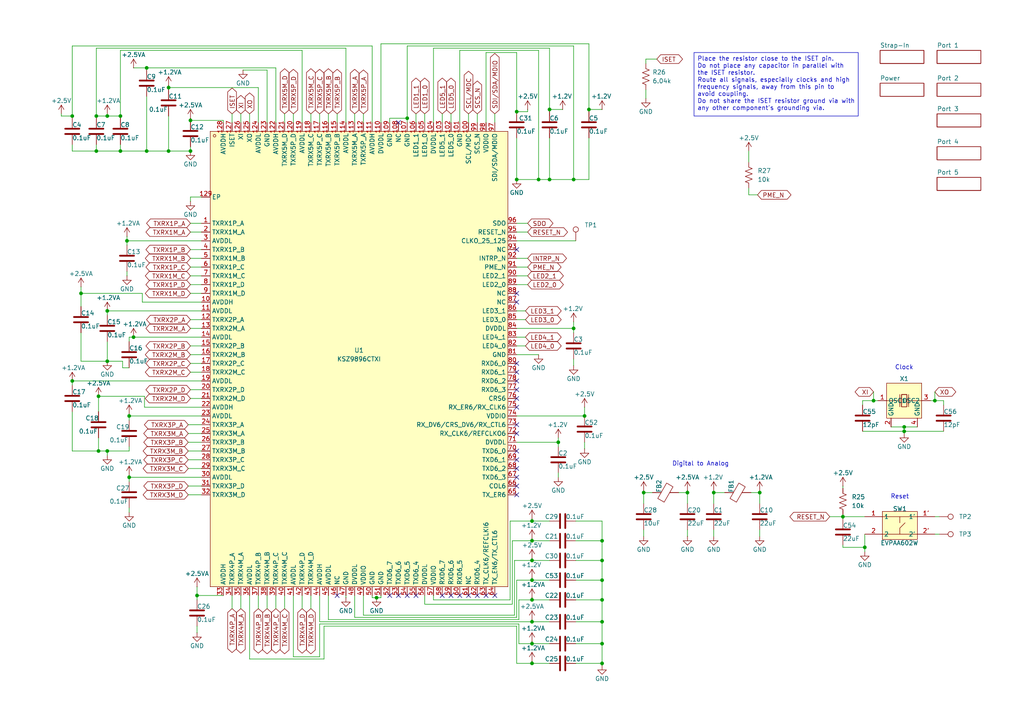
<source format=kicad_sch>
(kicad_sch (version 20250114) (generator "eeschema") (generator_version "9.0")
  (paper "A4")
  (text "Clock" (at 262.255 106.68 0) (effects (font (size 1.27 1.27))))
  (text "Digital to Analog\n" (at 203.2 134.62 0) (effects (font (size 1.27 1.27))))
  (text "Reset\n" (at 260.985 144.145 0) (effects (font (size 1.27 1.27))))
  (text_box "Place the resistor close to the ISET pin.\nDo not place any capacitor in parallel with the ISET resistor.\nRoute all signals, especially clocks and high frequency signals, away from this pin to avoid coupling.\nDo not share the ISET resistor ground via with any other component's grounding via." (at 201.295 15.24 0) (size 47.625 18.415) (margins 0.9525 0.9525 0.9525 0.9525) (effects (font (size 1.27 1.27)) (justify left top)))
  (junction (at 154.305 162.56))
  (junction (at 149.86 52.07))
  (junction (at 31.115 130.81))
  (junction (at 262.255 125.095))
  (junction (at 20.955 110.49))
  (junction (at 149.86 32.385))
  (junction (at 28.575 130.81))
  (junction (at 31.115 90.17))
  (junction (at 271.145 116.205))
  (junction (at 118.11 34.29))
  (junction (at 48.895 25.4))
  (junction (at 154.305 180.34))
  (junction (at 220.345 142.875))
  (junction (at 154.305 168.275))
  (junction (at 174.625 180.34))
  (junction (at 174.625 186.69))
  (junction (at 38.735 97.79))
  (junction (at 169.545 120.65))
  (junction (at 31.115 104.775))
  (junction (at 207.01 142.875))
  (junction (at 159.385 52.07))
  (junction (at 174.625 192.405))
  (junction (at 154.305 156.845))
  (junction (at 154.305 186.69))
  (junction (at 159.385 31.75))
  (junction (at 34.925 43.815))
  (junction (at 199.39 142.875))
  (junction (at 31.115 33.655))
  (junction (at 154.305 192.405))
  (junction (at 170.815 31.75))
  (junction (at 166.37 52.07))
  (junction (at 55.245 34.925))
  (junction (at 174.625 162.56))
  (junction (at 156.21 52.07))
  (junction (at 27.94 43.815))
  (junction (at 154.305 151.13))
  (junction (at 166.37 95.25))
  (junction (at 161.925 128.27))
  (junction (at 28.575 114.935))
  (junction (at 262.255 123.825))
  (junction (at 42.545 19.685))
  (junction (at 174.625 173.99))
  (junction (at 36.83 69.85))
  (junction (at 20.955 33.655))
  (junction (at 57.15 172.72))
  (junction (at 23.495 85.09))
  (junction (at 48.895 43.815))
  (junction (at 55.245 43.815))
  (junction (at 27.94 33.655))
  (junction (at 42.545 43.815))
  (junction (at 174.625 156.845))
  (junction (at 250.825 158.75))
  (junction (at 109.22 173.355))
  (junction (at 37.465 120.65))
  (junction (at 253.365 116.205))
  (junction (at 244.475 149.86))
  (junction (at 37.465 138.43))
  (junction (at 154.305 173.99))
  (junction (at 174.625 168.275))
  (junction (at 186.69 142.875))
  (junction (at 34.925 33.655))
  (no_connect (at 149.86 125.73))
  (no_connect (at 113.03 172.72))
  (no_connect (at 133.35 172.72))
  (no_connect (at 97.79 172.72))
  (no_connect (at 149.86 105.41))
  (no_connect (at 149.86 72.39))
  (no_connect (at 149.86 135.89))
  (no_connect (at 149.86 140.97))
  (no_connect (at 149.86 118.11))
  (no_connect (at 120.65 172.72))
  (no_connect (at 118.11 172.72))
  (no_connect (at 149.86 87.63))
  (no_connect (at 149.86 123.19))
  (no_connect (at 149.86 110.49))
  (no_connect (at 130.81 172.72))
  (no_connect (at 140.97 172.72))
  (no_connect (at 149.86 107.95))
  (no_connect (at 149.86 138.43))
  (no_connect (at 128.27 172.72))
  (no_connect (at 115.57 35.56))
  (no_connect (at 149.86 113.03))
  (no_connect (at 149.86 133.35))
  (no_connect (at 138.43 172.72))
  (no_connect (at 135.89 172.72))
  (no_connect (at 149.86 130.81))
  (no_connect (at 149.86 115.57))
  (no_connect (at 149.86 85.09))
  (no_connect (at 149.86 143.51))
  (no_connect (at 115.57 172.72))
  (no_connect (at 143.51 172.72))
  (wire (pts (xy 69.85 172.72) (xy 69.85 176.53)))
  (wire (pts (xy 92.71 172.72) (xy 92.71 180.34)))
  (wire (pts (xy 186.69 142.875) (xy 189.23 142.875)))
  (wire (pts (xy 23.495 104.775) (xy 31.115 104.775)))
  (wire (pts (xy 48.895 43.815) (xy 55.245 43.815)))
  (wire (pts (xy 125.73 173.99) (xy 147.955 173.99)))
  (wire (pts (xy 110.49 172.72) (xy 110.49 173.355)))
  (wire (pts (xy 174.625 162.56) (xy 174.625 168.275)))
  (wire (pts (xy 85.09 190.5) (xy 92.71 190.5)))
  (wire (pts (xy 186.69 146.05) (xy 186.69 142.875)))
  (wire (pts (xy 20.955 119.38) (xy 20.955 130.81)))
  (wire (pts (xy 154.305 180.34) (xy 159.385 180.34)))
  (wire (pts (xy 148.59 156.845) (xy 148.59 175.26)))
  (wire (pts (xy 27.94 33.655) (xy 31.115 33.655)))
  (wire (pts (xy 74.93 35.56) (xy 74.93 25.4)))
  (wire (pts (xy 80.01 172.72) (xy 80.01 176.53)))
  (wire (pts (xy 149.86 64.77) (xy 153.035 64.77)))
  (wire (pts (xy 93.98 191.135) (xy 93.98 181.61)))
  (wire (pts (xy 244.475 158.115) (xy 244.475 158.75)))
  (wire (pts (xy 147.955 151.13) (xy 147.955 173.99)))
  (wire (pts (xy 100.33 35.56) (xy 100.33 13.97)))
  (wire (pts (xy 31.115 90.17) (xy 58.42 90.17)))
  (wire (pts (xy 34.925 41.91) (xy 34.925 43.815)))
  (wire (pts (xy 159.385 52.07) (xy 166.37 52.07)))
  (wire (pts (xy 55.245 57.15) (xy 58.42 57.15)))
  (wire (pts (xy 207.01 153.67) (xy 207.01 155.575)))
  (wire (pts (xy 272.415 154.94) (xy 271.145 154.94)))
  (wire (pts (xy 37.465 130.81) (xy 31.115 130.81)))
  (wire (pts (xy 133.35 35.56) (xy 133.35 14.605)))
  (wire (pts (xy 37.465 97.79) (xy 38.735 97.79)))
  (wire (pts (xy 55.245 58.42) (xy 55.245 57.15)))
  (wire (pts (xy 262.255 123.825) (xy 258.445 123.825)))
  (wire (pts (xy 149.86 168.275) (xy 154.305 168.275)))
  (wire (pts (xy 154.305 186.055) (xy 154.305 186.69)))
  (wire (pts (xy 149.86 120.65) (xy 169.545 120.65)))
  (wire (pts (xy 250.19 116.205) (xy 253.365 116.205)))
  (wire (pts (xy 27.94 41.91) (xy 27.94 43.815)))
  (wire (pts (xy 36.83 68.58) (xy 36.83 69.85)))
  (wire (pts (xy 169.545 118.11) (xy 169.545 120.65)))
  (wire (pts (xy 36.83 69.85) (xy 36.83 71.12)))
  (wire (pts (xy 149.86 77.47) (xy 153.035 77.47)))
  (wire (pts (xy 55.245 100.33) (xy 58.42 100.33)))
  (wire (pts (xy 113.03 34.29) (xy 118.11 34.29)))
  (wire (pts (xy 149.86 15.24) (xy 149.86 32.385)))
  (wire (pts (xy 154.305 167.64) (xy 154.305 168.275)))
  (wire (pts (xy 57.15 181.61) (xy 57.15 183.515)))
  (wire (pts (xy 149.86 90.17) (xy 152.4 90.17)))
  (wire (pts (xy 37.465 120.65) (xy 37.465 121.92)))
  (wire (pts (xy 167.005 180.34) (xy 174.625 180.34)))
  (wire (pts (xy 20.955 41.91) (xy 20.955 43.815)))
  (wire (pts (xy 159.385 173.99) (xy 154.305 173.99)))
  (wire (pts (xy 154.305 162.56) (xy 159.385 162.56)))
  (wire (pts (xy 154.305 192.405) (xy 154.305 191.77)))
  (wire (pts (xy 149.225 162.56) (xy 154.305 162.56)))
  (wire (pts (xy 67.31 172.72) (xy 67.31 176.53)))
  (wire (pts (xy 125.73 172.72) (xy 125.73 173.99)))
  (wire (pts (xy 20.955 110.49) (xy 58.42 110.49)))
  (wire (pts (xy 37.465 120.015) (xy 37.465 120.65)))
  (wire (pts (xy 54.61 143.51) (xy 58.42 143.51)))
  (wire (pts (xy 150.495 173.99) (xy 150.495 179.705)))
  (wire (pts (xy 217.17 56.515) (xy 219.71 56.515)))
  (wire (pts (xy 273.685 116.205) (xy 271.145 116.205)))
  (wire (pts (xy 174.625 173.99) (xy 174.625 180.34)))
  (wire (pts (xy 149.86 67.31) (xy 153.035 67.31)))
  (wire (pts (xy 161.925 128.27) (xy 161.925 129.54)))
  (wire (pts (xy 156.21 14.605) (xy 156.21 52.07)))
  (wire (pts (xy 153.035 31.75) (xy 153.035 32.385)))
  (wire (pts (xy 37.465 97.79) (xy 37.465 99.06)))
  (wire (pts (xy 148.59 156.845) (xy 154.305 156.845)))
  (wire (pts (xy 217.17 54.61) (xy 217.17 56.515)))
  (wire (pts (xy 154.305 186.69) (xy 159.385 186.69)))
  (wire (pts (xy 31.115 33.655) (xy 31.115 33.02)))
  (wire (pts (xy 58.42 87.63) (xy 41.275 87.63)))
  (wire (pts (xy 110.49 12.7) (xy 170.815 12.7)))
  (wire (pts (xy 41.91 114.935) (xy 28.575 114.935)))
  (wire (pts (xy 36.83 69.85) (xy 58.42 69.85)))
  (wire (pts (xy 159.385 13.97) (xy 159.385 31.75)))
  (wire (pts (xy 149.86 168.275) (xy 149.86 179.07)))
  (wire (pts (xy 110.49 173.355) (xy 109.22 173.355)))
  (wire (pts (xy 250.825 158.75) (xy 244.475 158.75)))
  (wire (pts (xy 167.005 156.845) (xy 174.625 156.845)))
  (wire (pts (xy 174.625 192.405) (xy 174.625 193.04)))
  (wire (pts (xy 92.71 33.02) (xy 92.71 35.56)))
  (wire (pts (xy 250.825 154.94) (xy 250.825 158.75)))
  (wire (pts (xy 154.305 150.495) (xy 154.305 151.13)))
  (wire (pts (xy 140.97 15.24) (xy 149.86 15.24)))
  (wire (pts (xy 80.01 19.685) (xy 42.545 19.685)))
  (wire (pts (xy 107.95 13.335) (xy 20.955 13.335)))
  (wire (pts (xy 207.01 142.875) (xy 210.185 142.875)))
  (wire (pts (xy 57.15 172.72) (xy 57.15 170.18)))
  (wire (pts (xy 74.93 172.72) (xy 74.93 176.53)))
  (wire (pts (xy 123.19 33.02) (xy 123.19 35.56)))
  (wire (pts (xy 42.545 43.815) (xy 48.895 43.815)))
  (wire (pts (xy 35.56 104.775) (xy 31.115 104.775)))
  (wire (pts (xy 105.41 178.435) (xy 105.41 172.72)))
  (wire (pts (xy 58.42 118.11) (xy 41.91 118.11)))
  (wire (pts (xy 54.61 135.89) (xy 58.42 135.89)))
  (wire (pts (xy 20.955 13.335) (xy 20.955 33.655)))
  (wire (pts (xy 55.245 74.93) (xy 58.42 74.93)))
  (wire (pts (xy 159.385 31.75) (xy 163.195 31.75)))
  (wire (pts (xy 54.61 130.81) (xy 58.42 130.81)))
  (wire (pts (xy 149.86 95.25) (xy 166.37 95.25)))
  (wire (pts (xy 147.955 151.13) (xy 154.305 151.13)))
  (wire (pts (xy 55.245 34.925) (xy 64.77 34.925)))
  (wire (pts (xy 187.325 26.035) (xy 187.325 28.575)))
  (wire (pts (xy 207.01 142.875) (xy 207.01 146.05)))
  (wire (pts (xy 120.65 33.02) (xy 120.65 35.56)))
  (wire (pts (xy 167.005 186.69) (xy 174.625 186.69)))
  (wire (pts (xy 36.83 78.74) (xy 36.83 80.01)))
  (wire (pts (xy 95.25 172.72) (xy 95.25 179.705)))
  (wire (pts (xy 58.42 138.43) (xy 37.465 138.43)))
  (wire (pts (xy 250.19 125.095) (xy 262.255 125.095)))
  (wire (pts (xy 149.86 128.27) (xy 161.925 128.27)))
  (wire (pts (xy 187.325 17.145) (xy 190.5 17.145)))
  (wire (pts (xy 90.17 33.02) (xy 90.17 35.56)))
  (wire (pts (xy 167.005 192.405) (xy 174.625 192.405)))
  (wire (pts (xy 150.495 179.705) (xy 95.25 179.705)))
  (wire (pts (xy 34.925 14.605) (xy 87.63 14.605)))
  (wire (pts (xy 186.69 142.24) (xy 186.69 142.875)))
  (wire (pts (xy 67.31 33.02) (xy 67.31 35.56)))
  (wire (pts (xy 154.305 156.21) (xy 154.305 156.845)))
  (wire (pts (xy 271.145 116.205) (xy 269.875 116.205)))
  (wire (pts (xy 38.735 97.79) (xy 58.42 97.79)))
  (wire (pts (xy 149.86 181.61) (xy 149.86 192.405)))
  (wire (pts (xy 48.895 26.035) (xy 48.895 25.4)))
  (wire (pts (xy 107.95 35.56) (xy 107.95 13.335)))
  (wire (pts (xy 154.305 179.705) (xy 154.305 180.34)))
  (wire (pts (xy 244.475 140.97) (xy 244.475 141.605)))
  (wire (pts (xy 92.71 180.975) (xy 150.495 180.975)))
  (wire (pts (xy 156.21 52.07) (xy 159.385 52.07)))
  (wire (pts (xy 95.25 33.02) (xy 95.25 35.56)))
  (wire (pts (xy 42.545 27.94) (xy 42.545 43.815)))
  (wire (pts (xy 27.94 33.655) (xy 27.94 34.29)))
  (wire (pts (xy 244.475 149.86) (xy 250.825 149.86)))
  (wire (pts (xy 110.49 35.56) (xy 110.49 12.7)))
  (wire (pts (xy 20.955 110.49) (xy 20.955 111.76)))
  (wire (pts (xy 253.365 116.205) (xy 254.635 116.205)))
  (wire (pts (xy 20.955 33.655) (xy 20.955 34.29)))
  (wire (pts (xy 150.495 180.975) (xy 150.495 186.69)))
  (wire (pts (xy 149.86 40.005) (xy 149.86 52.07)))
  (wire (pts (xy 72.39 33.02) (xy 72.39 35.56)))
  (wire (pts (xy 85.09 33.02) (xy 85.09 35.56)))
  (wire (pts (xy 166.37 96.52) (xy 166.37 95.25)))
  (wire (pts (xy 37.465 137.795) (xy 37.465 138.43)))
  (wire (pts (xy 64.77 34.925) (xy 64.77 35.56)))
  (wire (pts (xy 105.41 33.02) (xy 105.41 35.56)))
  (wire (pts (xy 250.825 158.75) (xy 250.825 160.02)))
  (wire (pts (xy 169.545 128.27) (xy 169.545 130.175)))
  (wire (pts (xy 42.545 20.32) (xy 42.545 19.685)))
  (wire (pts (xy 196.85 142.875) (xy 199.39 142.875)))
  (wire (pts (xy 149.86 100.33) (xy 152.4 100.33)))
  (wire (pts (xy 48.895 25.4) (xy 48.895 24.765)))
  (wire (pts (xy 97.79 33.02) (xy 97.79 35.56)))
  (wire (pts (xy 54.61 125.73) (xy 58.42 125.73)))
  (wire (pts (xy 170.815 32.385) (xy 170.815 31.75)))
  (wire (pts (xy 55.245 67.31) (xy 58.42 67.31)))
  (wire (pts (xy 102.87 179.07) (xy 102.87 172.72)))
  (wire (pts (xy 149.86 80.01) (xy 153.035 80.01)))
  (wire (pts (xy 82.55 172.72) (xy 82.55 176.53)))
  (wire (pts (xy 166.37 104.14) (xy 166.37 106.045)))
  (wire (pts (xy 82.55 33.02) (xy 82.55 35.56)))
  (wire (pts (xy 149.86 52.07) (xy 156.21 52.07)))
  (wire (pts (xy 55.245 115.57) (xy 58.42 115.57)))
  (wire (pts (xy 90.17 172.72) (xy 90.17 176.53)))
  (wire (pts (xy 153.035 32.385) (xy 149.86 32.385)))
  (wire (pts (xy 100.33 172.72) (xy 100.33 173.355)))
  (wire (pts (xy 125.73 35.56) (xy 125.73 13.97)))
  (wire (pts (xy 34.925 33.655) (xy 34.925 34.29)))
  (wire (pts (xy 170.815 40.005) (xy 170.815 52.07)))
  (wire (pts (xy 128.27 33.02) (xy 128.27 35.56)))
  (wire (pts (xy 31.115 33.655) (xy 34.925 33.655)))
  (wire (pts (xy 199.39 142.875) (xy 199.39 146.05)))
  (wire (pts (xy 55.245 42.545) (xy 55.245 43.815)))
  (wire (pts (xy 35.56 106.68) (xy 35.56 104.775)))
  (wire (pts (xy 31.115 90.17) (xy 31.115 91.44)))
  (wire (pts (xy 167.005 173.99) (xy 174.625 173.99)))
  (wire (pts (xy 118.11 13.335) (xy 166.37 13.335)))
  (wire (pts (xy 37.465 147.32) (xy 37.465 148.59)))
  (wire (pts (xy 174.625 168.275) (xy 174.625 173.99)))
  (wire (pts (xy 244.475 149.225) (xy 244.475 149.86)))
  (wire (pts (xy 220.345 153.67) (xy 220.345 155.575)))
  (wire (pts (xy 31.115 130.81) (xy 31.115 132.08)))
  (wire (pts (xy 55.245 102.87) (xy 58.42 102.87)))
  (wire (pts (xy 42.545 19.685) (xy 38.735 19.685)))
  (wire (pts (xy 149.86 69.85) (xy 167.005 69.85)))
  (wire (pts (xy 93.98 181.61) (xy 149.86 181.61)))
  (wire (pts (xy 149.86 102.87) (xy 156.21 102.87)))
  (wire (pts (xy 271.145 113.665) (xy 271.145 116.205)))
  (wire (pts (xy 159.385 32.385) (xy 159.385 31.75)))
  (wire (pts (xy 174.625 156.845) (xy 174.625 162.56)))
  (wire (pts (xy 161.925 127) (xy 161.925 128.27)))
  (wire (pts (xy 167.005 162.56) (xy 174.625 162.56)))
  (wire (pts (xy 113.03 35.56) (xy 113.03 34.29)))
  (wire (pts (xy 174.625 151.13) (xy 174.625 156.845)))
  (wire (pts (xy 54.61 123.19) (xy 58.42 123.19)))
  (wire (pts (xy 77.47 20.32) (xy 77.47 35.56)))
  (wire (pts (xy 150.495 186.69) (xy 154.305 186.69)))
  (wire (pts (xy 17.78 33.655) (xy 20.955 33.655)))
  (wire (pts (xy 80.01 35.56) (xy 80.01 19.685)))
  (wire (pts (xy 20.955 130.81) (xy 28.575 130.81)))
  (wire (pts (xy 77.47 172.72) (xy 77.47 176.53)))
  (wire (pts (xy 69.85 33.02) (xy 69.85 35.56)))
  (wire (pts (xy 27.94 43.815) (xy 34.925 43.815)))
  (wire (pts (xy 23.495 96.52) (xy 23.495 104.775)))
  (wire (pts (xy 37.465 106.68) (xy 35.56 106.68)))
  (wire (pts (xy 107.95 173.355) (xy 109.22 173.355)))
  (wire (pts (xy 174.625 180.34) (xy 174.625 186.69)))
  (wire (pts (xy 55.245 85.09) (xy 58.42 85.09)))
  (wire (pts (xy 166.37 13.335) (xy 166.37 52.07)))
  (wire (pts (xy 87.63 172.72) (xy 87.63 176.53)))
  (wire (pts (xy 240.665 149.86) (xy 244.475 149.86)))
  (wire (pts (xy 154.305 151.13) (xy 159.385 151.13)))
  (wire (pts (xy 118.11 34.29) (xy 118.11 13.335)))
  (wire (pts (xy 250.19 117.475) (xy 250.19 116.205)))
  (wire (pts (xy 220.345 142.875) (xy 220.345 146.05)))
  (wire (pts (xy 130.81 33.02) (xy 130.81 35.56)))
  (wire (pts (xy 154.305 180.34) (xy 92.71 180.34)))
  (wire (pts (xy 31.115 99.06) (xy 31.115 104.775)))
  (wire (pts (xy 199.39 153.67) (xy 199.39 155.575)))
  (wire (pts (xy 167.005 151.13) (xy 174.625 151.13)))
  (wire (pts (xy 55.245 77.47) (xy 58.42 77.47)))
  (wire (pts (xy 72.39 191.135) (xy 93.98 191.135)))
  (wire (pts (xy 154.305 156.845) (xy 159.385 156.845)))
  (wire (pts (xy 102.87 33.02) (xy 102.87 35.56)))
  (wire (pts (xy 217.805 142.875) (xy 220.345 142.875)))
  (wire (pts (xy 123.19 172.72) (xy 123.19 175.26)))
  (wire (pts (xy 37.465 129.54) (xy 37.465 130.81)))
  (wire (pts (xy 170.815 52.07) (xy 166.37 52.07)))
  (wire (pts (xy 105.41 178.435) (xy 149.225 178.435)))
  (wire (pts (xy 166.37 93.345) (xy 166.37 95.25)))
  (wire (pts (xy 143.51 33.02) (xy 143.51 35.56)))
  (wire (pts (xy 72.39 172.72) (xy 72.39 191.135)))
  (wire (pts (xy 100.33 13.97) (xy 27.94 13.97)))
  (wire (pts (xy 87.63 35.56) (xy 87.63 14.605)))
  (wire (pts (xy 55.245 72.39) (xy 58.42 72.39)))
  (wire (pts (xy 154.305 192.405) (xy 159.385 192.405)))
  (wire (pts (xy 54.61 140.97) (xy 58.42 140.97)))
  (wire (pts (xy 55.245 34.925) (xy 55.245 34.29)))
  (wire (pts (xy 55.245 113.03) (xy 58.42 113.03)))
  (wire (pts (xy 55.245 105.41) (xy 58.42 105.41)))
  (wire (pts (xy 154.305 168.275) (xy 159.385 168.275)))
  (wire (pts (xy 170.815 12.7) (xy 170.815 31.75)))
  (wire (pts (xy 167.005 168.275) (xy 174.625 168.275)))
  (wire (pts (xy 149.225 162.56) (xy 149.225 178.435)))
  (wire (pts (xy 161.925 137.16) (xy 161.925 138.43)))
  (wire (pts (xy 28.575 127) (xy 28.575 130.81)))
  (wire (pts (xy 272.415 149.86) (xy 271.145 149.86)))
  (wire (pts (xy 102.87 179.07) (xy 149.86 179.07)))
  (wire (pts (xy 253.365 113.665) (xy 253.365 116.205)))
  (wire (pts (xy 55.245 92.71) (xy 58.42 92.71)))
  (wire (pts (xy 23.495 85.09) (xy 41.275 85.09)))
  (wire (pts (xy 27.94 13.97) (xy 27.94 33.655)))
  (wire (pts (xy 85.09 172.72) (xy 85.09 190.5)))
  (wire (pts (xy 17.78 33.02) (xy 17.78 33.655)))
  (wire (pts (xy 149.86 82.55) (xy 153.035 82.55)))
  (wire (pts (xy 199.39 142.24) (xy 199.39 142.875)))
  (wire (pts (xy 133.35 14.605) (xy 156.21 14.605)))
  (wire (pts (xy 149.86 92.71) (xy 152.4 92.71)))
  (wire (pts (xy 55.245 107.95) (xy 58.42 107.95)))
  (wire (pts (xy 41.91 118.11) (xy 41.91 114.935)))
  (wire (pts (xy 135.89 33.02) (xy 135.89 35.56)))
  (wire (pts (xy 125.73 13.97) (xy 159.385 13.97)))
  (wire (pts (xy 92.71 190.5) (xy 92.71 180.975)))
  (wire (pts (xy 217.17 43.815) (xy 217.17 46.99)))
  (wire (pts (xy 70.485 20.32) (xy 77.47 20.32)))
  (wire (pts (xy 149.86 74.93) (xy 153.035 74.93)))
  (wire (pts (xy 118.11 35.56) (xy 118.11 34.29)))
  (wire (pts (xy 23.495 83.185) (xy 23.495 85.09)))
  (wire (pts (xy 37.465 138.43) (xy 37.465 139.7)))
  (wire (pts (xy 273.685 117.475) (xy 273.685 116.205)))
  (wire (pts (xy 48.895 33.655) (xy 48.895 43.815)))
  (wire (pts (xy 28.575 130.81) (xy 31.115 130.81)))
  (wire (pts (xy 37.465 120.65) (xy 58.42 120.65)))
  (wire (pts (xy 207.01 142.24) (xy 207.01 142.875)))
  (wire (pts (xy 187.325 18.415) (xy 187.325 17.145)))
  (wire (pts (xy 170.815 31.75) (xy 174.625 31.75)))
  (wire (pts (xy 123.19 175.26) (xy 148.59 175.26)))
  (wire (pts (xy 107.95 172.72) (xy 107.95 173.355)))
  (wire (pts (xy 28.575 114.935) (xy 28.575 119.38)))
  (wire (pts (xy 20.955 43.815) (xy 27.94 43.815)))
  (wire (pts (xy 41.275 87.63) (xy 41.275 85.09)))
  (wire (pts (xy 154.305 161.925) (xy 154.305 162.56)))
  (wire (pts (xy 154.305 173.355) (xy 154.305 173.99)))
  (wire (pts (xy 149.86 192.405) (xy 154.305 192.405)))
  (wire (pts (xy 34.925 14.605) (xy 34.925 33.655)))
  (wire (pts (xy 138.43 33.02) (xy 138.43 35.56)))
  (wire (pts (xy 55.245 80.01) (xy 58.42 80.01)))
  (wire (pts (xy 48.895 25.4) (xy 74.93 25.4)))
  (wire (pts (xy 262.255 125.095) (xy 273.685 125.095)))
  (wire (pts (xy 64.77 172.72) (xy 57.15 172.72)))
  (wire (pts (xy 55.245 64.77) (xy 58.42 64.77)))
  (wire (pts (xy 55.245 82.55) (xy 58.42 82.55)))
  (wire (pts (xy 54.61 128.27) (xy 58.42 128.27)))
  (wire (pts (xy 55.245 95.25) (xy 58.42 95.25)))
  (wire (pts (xy 150.495 173.99) (xy 154.305 173.99)))
  (wire (pts (xy 57.15 173.99) (xy 57.15 172.72)))
  (wire (pts (xy 23.495 85.09) (xy 23.495 88.9)))
  (wire (pts (xy 186.69 153.67) (xy 186.69 155.575)))
  (wire (pts (xy 149.86 97.79) (xy 152.4 97.79)))
  (wire (pts (xy 262.255 123.825) (xy 266.065 123.825)))
  (wire (pts (xy 220.345 142.24) (xy 220.345 142.875)))
  (wire (pts (xy 159.385 40.005) (xy 159.385 52.07)))
  (wire (pts (xy 54.61 133.35) (xy 58.42 133.35)))
  (wire (pts (xy 140.97 15.24) (xy 140.97 35.56)))
  (wire (pts (xy 34.925 43.815) (xy 42.545 43.815)))
  (wire (pts (xy 262.255 125.73) (xy 262.255 125.095)))
  (wire (pts (xy 244.475 149.86) (xy 244.475 150.495)))
  (wire (pts (xy 262.255 125.095) (xy 262.255 123.825)))
  (wire (pts (xy 174.625 186.69) (xy 174.625 192.405)))
  (global_label "LED2_0" (shape bidirectional) (at 153.035 82.55 0) (property "Intersheetrefs" "${INTERSHEET_REFS}" (effects (hide yes))))
  (global_label "LED5_0" (shape bidirectional) (at 130.81 33.02 90) (property "Intersheetrefs" "${INTERSHEET_REFS}" (effects (hide yes))))
  (global_label "TXRX5M_B" (shape bidirectional) (at 95.25 33.02 90) (property "Intersheetrefs" "${INTERSHEET_REFS}" (effects (hide yes))))
  (global_label "TXRX5M_C" (shape bidirectional) (at 90.17 33.02 90) (property "Intersheetrefs" "${INTERSHEET_REFS}" (effects (hide yes))))
  (global_label "TXRX2P_A" (shape bidirectional) (at 55.245 92.71 180) (property "Intersheetrefs" "${INTERSHEET_REFS}" (effects (hide yes))))
  (global_label "TXRX4P_D" (shape bidirectional) (at 87.63 176.53 270) (property "Intersheetrefs" "${INTERSHEET_REFS}" (effects (hide yes))))
  (global_label "LED3_1" (shape bidirectional) (at 152.4 90.17 0) (property "Intersheetrefs" "${INTERSHEET_REFS}" (effects (hide yes))))
  (global_label "TXRX2P_D" (shape bidirectional) (at 55.245 113.03 180) (property "Intersheetrefs" "${INTERSHEET_REFS}" (effects (hide yes))))
  (global_label "TXRX4P_A" (shape bidirectional) (at 67.31 176.53 270) (property "Intersheetrefs" "${INTERSHEET_REFS}" (effects (hide yes))))
  (global_label "TXRX1M_C" (shape bidirectional) (at 55.245 80.01 180) (property "Intersheetrefs" "${INTERSHEET_REFS}" (effects (hide yes))))
  (global_label "TXRX1M_A" (shape bidirectional) (at 55.245 67.31 180) (property "Intersheetrefs" "${INTERSHEET_REFS}" (effects (hide yes))))
  (global_label "SCS_N" (shape bidirectional) (at 138.43 33.02 90) (property "Intersheetrefs" "${INTERSHEET_REFS}" (effects (hide yes))))
  (global_label "ISET" (shape bidirectional) (at 190.5 17.145 0) (property "Intersheetrefs" "${INTERSHEET_REFS}" (effects (hide yes))))
  (global_label "TXRX4M_A" (shape bidirectional) (at 69.85 176.53 270) (property "Intersheetrefs" "${INTERSHEET_REFS}" (effects (hide yes))))
  (global_label "LED2_1" (shape bidirectional) (at 153.035 80.01 0) (property "Intersheetrefs" "${INTERSHEET_REFS}" (effects (hide yes))))
  (global_label "SDO" (shape bidirectional) (at 153.035 64.77 0) (property "Intersheetrefs" "${INTERSHEET_REFS}" (effects (hide yes))))
  (global_label "TXRX2P_C" (shape bidirectional) (at 55.245 105.41 180) (property "Intersheetrefs" "${INTERSHEET_REFS}" (effects (hide yes))))
  (global_label "LED4_0" (shape bidirectional) (at 152.4 100.33 0) (property "Intersheetrefs" "${INTERSHEET_REFS}" (effects (hide yes))))
  (global_label "TXRX1P_D" (shape bidirectional) (at 55.245 82.55 180) (property "Intersheetrefs" "${INTERSHEET_REFS}" (effects (hide yes))))
  (global_label "RESET_N" (shape bidirectional) (at 240.665 149.86 180) (property "Intersheetrefs" "${INTERSHEET_REFS}" (effects (hide yes))))
  (global_label "TXRX3M_C" (shape bidirectional) (at 54.61 135.89 180) (property "Intersheetrefs" "${INTERSHEET_REFS}" (effects (hide yes))))
  (global_label "SCL{slash}MDC" (shape bidirectional) (at 135.89 33.02 90) (property "Intersheetrefs" "${INTERSHEET_REFS}" (effects (hide yes))))
  (global_label "LED3_0" (shape bidirectional) (at 152.4 92.71 0) (property "Intersheetrefs" "${INTERSHEET_REFS}" (effects (hide yes))))
  (global_label "PME_N" (shape bidirectional) (at 219.71 56.515 0) (property "Intersheetrefs" "${INTERSHEET_REFS}" (effects (hide yes))))
  (global_label "TXRX2M_B" (shape bidirectional) (at 55.245 102.87 180) (property "Intersheetrefs" "${INTERSHEET_REFS}" (effects (hide yes))))
  (global_label "TXRX4P_C" (shape bidirectional) (at 80.01 176.53 270) (property "Intersheetrefs" "${INTERSHEET_REFS}" (effects (hide yes))))
  (global_label "INTRP_N" (shape bidirectional) (at 153.035 74.93 0) (property "Intersheetrefs" "${INTERSHEET_REFS}" (effects (hide yes))))
  (global_label "XO" (shape bidirectional) (at 271.145 113.665 0) (property "Intersheetrefs" "${INTERSHEET_REFS}" (effects (hide yes))))
  (global_label "TXRX3M_B" (shape bidirectional) (at 54.61 130.81 180) (property "Intersheetrefs" "${INTERSHEET_REFS}" (effects (hide yes))))
  (global_label "TXRX2M_D" (shape bidirectional) (at 55.245 115.57 180) (property "Intersheetrefs" "${INTERSHEET_REFS}" (effects (hide yes))))
  (global_label "TXRX5M_A" (shape bidirectional) (at 102.87 33.02 90) (property "Intersheetrefs" "${INTERSHEET_REFS}" (effects (hide yes))))
  (global_label "XO" (shape bidirectional) (at 72.39 33.02 90) (property "Intersheetrefs" "${INTERSHEET_REFS}" (effects (hide yes))))
  (global_label "TXRX5P_D" (shape bidirectional) (at 85.09 33.02 90) (property "Intersheetrefs" "${INTERSHEET_REFS}" (effects (hide yes))))
  (global_label "TXRX3P_C" (shape bidirectional) (at 54.61 133.35 180) (property "Intersheetrefs" "${INTERSHEET_REFS}" (effects (hide yes))))
  (global_label "XI" (shape bidirectional) (at 253.365 113.665 180) (property "Intersheetrefs" "${INTERSHEET_REFS}" (effects (hide yes))))
  (global_label "TXRX3M_D" (shape bidirectional) (at 54.61 143.51 180) (property "Intersheetrefs" "${INTERSHEET_REFS}" (effects (hide yes))))
  (global_label "TXRX2M_C" (shape bidirectional) (at 55.245 107.95 180) (property "Intersheetrefs" "${INTERSHEET_REFS}" (effects (hide yes))))
  (global_label "SDI{slash}SDA{slash}MDIO" (shape bidirectional) (at 143.51 33.02 90) (property "Intersheetrefs" "${INTERSHEET_REFS}" (effects (hide yes))))
  (global_label "TXRX4M_B" (shape bidirectional) (at 77.47 176.53 270) (property "Intersheetrefs" "${INTERSHEET_REFS}" (effects (hide yes))))
  (global_label "LED1_1" (shape bidirectional) (at 120.65 33.02 90) (property "Intersheetrefs" "${INTERSHEET_REFS}" (effects (hide yes))))
  (global_label "TXRX1M_D" (shape bidirectional) (at 55.245 85.09 180) (property "Intersheetrefs" "${INTERSHEET_REFS}" (effects (hide yes))))
  (global_label "TXRX1P_C" (shape bidirectional) (at 55.245 77.47 180) (property "Intersheetrefs" "${INTERSHEET_REFS}" (effects (hide yes))))
  (global_label "XI" (shape bidirectional) (at 69.85 33.02 90) (property "Intersheetrefs" "${INTERSHEET_REFS}" (effects (hide yes))))
  (global_label "RESET_N" (shape bidirectional) (at 153.035 67.31 0) (property "Intersheetrefs" "${INTERSHEET_REFS}" (effects (hide yes))))
  (global_label "LED5_1" (shape bidirectional) (at 128.27 33.02 90) (property "Intersheetrefs" "${INTERSHEET_REFS}" (effects (hide yes))))
  (global_label "TXRX4P_B" (shape bidirectional) (at 74.93 176.53 270) (property "Intersheetrefs" "${INTERSHEET_REFS}" (effects (hide yes))))
  (global_label "TXRX5P_B" (shape bidirectional) (at 97.79 33.02 90) (property "Intersheetrefs" "${INTERSHEET_REFS}" (effects (hide yes))))
  (global_label "TXRX3P_A" (shape bidirectional) (at 54.61 123.19 180) (property "Intersheetrefs" "${INTERSHEET_REFS}" (effects (hide yes))))
  (global_label "TXRX5P_A" (shape bidirectional) (at 105.41 33.02 90) (property "Intersheetrefs" "${INTERSHEET_REFS}" (effects (hide yes))))
  (global_label "ISET" (shape bidirectional) (at 67.31 33.02 90) (property "Intersheetrefs" "${INTERSHEET_REFS}" (effects (hide yes))))
  (global_label "TXRX4M_C" (shape bidirectional) (at 82.55 176.53 270) (property "Intersheetrefs" "${INTERSHEET_REFS}" (effects (hide yes))))
  (global_label "TXRX3M_A" (shape bidirectional) (at 54.61 125.73 180) (property "Intersheetrefs" "${INTERSHEET_REFS}" (effects (hide yes))))
  (global_label "TXRX5M_D" (shape bidirectional) (at 82.55 33.02 90) (property "Intersheetrefs" "${INTERSHEET_REFS}" (effects (hide yes))))
  (global_label "PME_N" (shape bidirectional) (at 153.035 77.47 0) (property "Intersheetrefs" "${INTERSHEET_REFS}" (effects (hide yes))))
  (global_label "TXRX2P_B" (shape bidirectional) (at 55.245 100.33 180) (property "Intersheetrefs" "${INTERSHEET_REFS}" (effects (hide yes))))
  (global_label "TXRX4M_D" (shape bidirectional) (at 90.17 176.53 270) (property "Intersheetrefs" "${INTERSHEET_REFS}" (effects (hide yes))))
  (global_label "TXRX3P_D" (shape bidirectional) (at 54.61 140.97 180) (property "Intersheetrefs" "${INTERSHEET_REFS}" (effects (hide yes))))
  (global_label "TXRX2M_A" (shape bidirectional) (at 55.245 95.25 180) (property "Intersheetrefs" "${INTERSHEET_REFS}" (effects (hide yes))))
  (global_label "TXRX5P_C" (shape bidirectional) (at 92.71 33.02 90) (property "Intersheetrefs" "${INTERSHEET_REFS}" (effects (hide yes))))
  (global_label "TXRX1M_B" (shape bidirectional) (at 55.245 74.93 180) (property "Intersheetrefs" "${INTERSHEET_REFS}" (effects (hide yes))))
  (global_label "TXRX3P_B" (shape bidirectional) (at 54.61 128.27 180) (property "Intersheetrefs" "${INTERSHEET_REFS}" (effects (hide yes))))
  (global_label "LED4_1" (shape bidirectional) (at 152.4 97.79 0) (property "Intersheetrefs" "${INTERSHEET_REFS}" (effects (hide yes))))
  (global_label "TXRX1P_A" (shape bidirectional) (at 55.245 64.77 180) (property "Intersheetrefs" "${INTERSHEET_REFS}" (effects (hide yes))))
  (global_label "LED1_0" (shape bidirectional) (at 123.19 33.02 90) (property "Intersheetrefs" "${INTERSHEET_REFS}" (effects (hide yes))))
  (global_label "TXRX1P_B" (shape bidirectional) (at 55.245 72.39 180) (property "Intersheetrefs" "${INTERSHEET_REFS}" (effects (hide yes))))
  (symbol (lib_id "power:+1V2") (at 31.115 90.17 0) (unit 1)
    (property "Reference" "#PWR092" (effects (hide yes)))
    (property "Value" "+1.2VA" (at 27.94 86.36 0) (effects (justify left)))
    (property "Description" "Power symbol creates a global label with name \"+1V2A\"" (effects (hide yes)))
  )
  (symbol (lib_id "Device:C") (at 159.385 36.195 0) (unit 1)
    (property "Reference" "C6" (at 159.385 34.29 0) (effects (justify left)))
    (property "Value" "0.1uF" (at 159.385 38.1 0) (effects (justify left)))
    (property "Footprint" "Capacitor_SMD:C_0603_1608Metric" (effects (hide yes)))
    (property "Description" "Unpolarized capacitor" (effects (hide yes)))
  )
  (symbol (lib_id "power:+2V5") (at 57.15 170.18 0) (unit 1)
    (property "Reference" "#PWR069" (effects (hide yes)))
    (property "Value" "+2.5VA" (at 57.15 166.37 0))
    (property "Description" "Power symbol creates a global label with name \"+2V5A\"" (effects (hide yes)))
  )
  (symbol (lib_id "power:+1V2") (at 38.735 97.79 0) (unit 1)
    (property "Reference" "#PWR091" (effects (hide yes)))
    (property "Value" "+1.2VA" (at 35.56 93.98 0) (effects (justify left)))
    (property "Description" "Power symbol creates a global label with name \"+1V2A\"" (effects (hide yes)))
  )
  (symbol (lib_id "power:+1V2") (at 154.305 173.355 0) (unit 1)
    (property "Reference" "#PWR05" (effects (hide yes)))
    (property "Value" "+1.2VA" (at 151.13 169.545 0) (effects (justify left)))
    (property "Description" "Power symbol creates a global label with name \"+1V2A\"" (effects (hide yes)))
  )
  (symbol (lib_id "Device:C") (at 207.01 149.86 0) (unit 1)
    (property "Reference" "C1" (at 207.01 147.955 0) (effects (justify left)))
    (property "Value" "22uF" (at 207.01 151.765 0) (effects (justify left)))
    (property "Footprint" "Capacitor_SMD:C_0603_1608Metric" (effects (hide yes)))
    (property "Description" "Unpolarized capacitor" (effects (hide yes)))
  )
  (symbol (lib_id "Device:C") (at 163.195 168.275 90) (unit 1)
    (property "Reference" "C53" (at 161.925 167.005 90) (effects (justify left)))
    (property "Value" "0.1uF" (at 169.545 167.005 90) (effects (justify left)))
    (property "Footprint" "Capacitor_SMD:C_0603_1608Metric" (effects (hide yes)))
    (property "Description" "Unpolarized capacitor" (effects (hide yes)))
  )
  (symbol (lib_id "power:GND") (at 31.115 104.775 0) (unit 1)
    (property "Reference" "#PWR080" (effects (hide yes)))
    (property "Value" "GND" (at 31.115 108.585 0))
    (property "Description" "Power symbol creates a global label with name \"GND\" , ground" (effects (hide yes)))
  )
  (symbol (lib_id "Connector:TestPoint") (at 272.415 154.94 270) (unit 1)
    (property "Reference" "TP3" (at 278.13 154.9399 90) (effects (justify left)))
    (property "Value" "TestPoint" (effects (hide yes)))
    (property "Footprint" "TestPoint:TestPoint_Pad_D2.0mm" (effects (hide yes)))
    (property "Description" "test point" (effects (hide yes)))
  )
  (symbol (lib_id "power:+2V5") (at 217.17 43.815 0) (unit 1)
    (property "Reference" "#PWR0106" (effects (hide yes)))
    (property "Value" "+2.5V" (at 217.17 40.005 0))
    (property "Description" "Power symbol creates a global label with name \"+2V5\"" (effects (hide yes)))
  )
  (symbol (lib_id "Device:C") (at 161.925 133.35 0) (unit 1)
    (property "Reference" "C2" (at 161.925 131.445 0) (effects (justify left)))
    (property "Value" "0.1uF" (at 161.925 135.255 0) (effects (justify left)))
    (property "Footprint" "Capacitor_SMD:C_0603_1608Metric" (effects (hide yes)))
    (property "Description" "Unpolarized capacitor" (effects (hide yes)))
  )
  (symbol (lib_id "power:+1V2") (at 163.195 31.75 0) (unit 1)
    (property "Reference" "#PWR099" (effects (hide yes)))
    (property "Value" "+1.2V" (at 160.02 27.94 0) (effects (justify left)))
    (property "Description" "Power symbol creates a global label with name \"+1V2\"" (effects (hide yes)))
  )
  (symbol (lib_id "Device:C") (at 36.83 74.93 0) (unit 1)
    (property "Reference" "C13" (at 36.83 73.025 0) (effects (justify left)))
    (property "Value" "0.1uF" (at 36.83 76.835 0) (effects (justify left)))
    (property "Footprint" "Capacitor_SMD:C_0603_1608Metric" (effects (hide yes)))
    (property "Description" "Unpolarized capacitor" (effects (hide yes)))
  )
  (symbol (lib_id "power:GND") (at 70.485 20.32 0) (unit 1)
    (property "Reference" "#PWR097" (effects (hide yes)))
    (property "Value" "GND" (at 70.485 24.13 0))
    (property "Description" "Power symbol creates a global label with name \"GND\" , ground" (effects (hide yes)))
  )
  (symbol (lib_id "power:+1V2") (at 48.895 24.765 0) (unit 1)
    (property "Reference" "#PWR06" (effects (hide yes)))
    (property "Value" "+1.2VA" (at 45.72 20.955 0) (effects (justify left)))
    (property "Description" "Power symbol creates a global label with name \"+1V2A\"" (effects (hide yes)))
  )
  (symbol (lib_id "Device:FerriteBead") (at 193.04 142.875 90) (unit 1)
    (property "Reference" "FB2" (at 191.135 142.875 0) (effects (justify left)))
    (property "Value" "FerriteBead" (effects (hide yes)))
    (property "Footprint" "Inductor_SMD:L_0603_1608Metric" (effects (hide yes)))
    (property "Description" "Ferrite bead: 80Ω to 220Ω @ 100MHz, R_DC≤ 50mΩ, 500mA" (effects (hide yes)))
  )
  (symbol (lib_id "power:GND") (at 109.22 173.355 0) (unit 1)
    (property "Reference" "#PWR064" (effects (hide yes)))
    (property "Value" "GND" (at 109.22 177.165 0))
    (property "Description" "Power symbol creates a global label with name \"GND\" , ground" (effects (hide yes)))
  )
  (symbol (lib_id "Device:C") (at 220.345 149.86 0) (unit 1)
    (property "Reference" "C10" (at 220.345 147.955 0) (effects (justify left)))
    (property "Value" "22uF" (at 220.345 151.765 0) (effects (justify left)))
    (property "Footprint" "Capacitor_SMD:C_0603_1608Metric" (effects (hide yes)))
    (property "Description" "Unpolarized capacitor" (effects (hide yes)))
  )
  (symbol (lib_id "power:GND") (at 220.345 155.575 0) (unit 1)
    (property "Reference" "#PWR070" (effects (hide yes)))
    (property "Value" "GND" (at 220.345 159.385 0))
    (property "Description" "Power symbol creates a global label with name \"GND\" , ground" (effects (hide yes)))
  )
  (symbol (lib_id "Device:C") (at 55.245 38.735 0) (unit 1)
    (property "Reference" "C12" (at 55.245 36.83 0) (effects (justify left)))
    (property "Value" "0.1uF" (at 55.245 40.64 0) (effects (justify left)))
    (property "Footprint" "Capacitor_SMD:C_0603_1608Metric" (effects (hide yes)))
    (property "Description" "Unpolarized capacitor" (effects (hide yes)))
  )
  (symbol (lib_id "power:+2V5") (at 28.575 114.935 0) (unit 1)
    (property "Reference" "#PWR088" (effects (hide yes)))
    (property "Value" "+2.5VA" (at 28.575 111.125 0))
    (property "Description" "Power symbol creates a global label with name \"+2V5A\"" (effects (hide yes)))
  )
  (symbol (lib_id "Device:C") (at 163.195 192.405 90) (unit 1)
    (property "Reference" "C25" (at 161.925 191.135 90) (effects (justify left)))
    (property "Value" "0.1uF" (at 169.545 191.135 90) (effects (justify left)))
    (property "Footprint" "Capacitor_SMD:C_0603_1608Metric" (effects (hide yes)))
    (property "Description" "Unpolarized capacitor" (effects (hide yes)))
  )
  (symbol (lib_id "power:+2V5") (at 17.78 33.02 0) (unit 1)
    (property "Reference" "#PWR0101" (effects (hide yes)))
    (property "Value" "+2.5V" (at 17.78 29.21 0))
    (property "Description" "Power symbol creates a global label with name \"+2V5\"" (effects (hide yes)))
  )
  (symbol (lib_id "Connector:TestPoint") (at 272.415 149.86 270) (unit 1)
    (property "Reference" "TP2" (at 278.13 149.8599 90) (effects (justify left)))
    (property "Value" "TestPoint" (effects (hide yes)))
    (property "Footprint" "TestPoint:TestPoint_Pad_D2.0mm" (effects (hide yes)))
    (property "Description" "test point" (effects (hide yes)))
  )
  (symbol (lib_id "Device:C") (at 163.195 156.845 90) (unit 1)
    (property "Reference" "C21" (at 161.925 155.575 90) (effects (justify left)))
    (property "Value" "0.1uF" (at 169.545 155.575 90) (effects (justify left)))
    (property "Footprint" "Capacitor_SMD:C_0603_1608Metric" (effects (hide yes)))
    (property "Description" "Unpolarized capacitor" (effects (hide yes)))
  )
  (symbol (lib_id "power:+2V5") (at 154.305 179.705 0) (unit 1)
    (property "Reference" "#PWR063" (effects (hide yes)))
    (property "Value" "+2.5VA" (at 154.305 175.895 0))
    (property "Description" "Power symbol creates a global label with name \"+2V5A\"" (effects (hide yes)))
  )
  (symbol (lib_id "Device:C") (at 273.685 121.285 0) (unit 1)
    (property "Reference" "C56" (at 273.685 119.38 0) (effects (justify left)))
    (property "Value" "12pF" (at 273.685 123.19 0) (effects (justify left)))
    (property "Footprint" "Capacitor_SMD:C_0603_1608Metric" (effects (hide yes)))
    (property "Description" "Unpolarized capacitor" (effects (hide yes)))
  )
  (symbol (lib_id "power:GND") (at 156.21 102.87 0) (unit 1)
    (property "Reference" "#PWR059" (effects (hide yes)))
    (property "Value" "GND" (at 156.21 106.68 0))
    (property "Description" "Power symbol creates a global label with name \"GND\" , ground" (effects (hide yes)))
  )
  (symbol (lib_id "Device:C") (at 163.195 186.69 90) (unit 1)
    (property "Reference" "C24" (at 161.925 185.42 90) (effects (justify left)))
    (property "Value" "0.1uF" (at 169.545 185.42 90) (effects (justify left)))
    (property "Footprint" "Capacitor_SMD:C_0603_1608Metric" (effects (hide yes)))
    (property "Description" "Unpolarized capacitor" (effects (hide yes)))
  )
  (symbol (lib_id "Device:C") (at 23.495 92.71 0) (unit 1)
    (property "Reference" "C14" (at 23.495 90.805 0) (effects (justify left)))
    (property "Value" "0.1uF" (at 23.495 94.615 0) (effects (justify left)))
    (property "Footprint" "Capacitor_SMD:C_0603_1608Metric" (effects (hide yes)))
    (property "Description" "Unpolarized capacitor" (effects (hide yes)))
  )
  (symbol (lib_id "power:GND") (at 207.01 155.575 0) (unit 1)
    (property "Reference" "#PWR071" (effects (hide yes)))
    (property "Value" "GND" (at 207.01 159.385 0))
    (property "Description" "Power symbol creates a global label with name \"GND\" , ground" (effects (hide yes)))
  )
  (symbol (lib_id "power:GND") (at 250.825 160.02 0) (unit 1)
    (property "Reference" "#PWR083" (effects (hide yes)))
    (property "Value" "GND" (at 250.825 163.83 0))
    (property "Description" "Power symbol creates a global label with name \"GND\" , ground" (effects (hide yes)))
  )
  (symbol (lib_id "power:+2V5") (at 153.035 31.75 0) (unit 1)
    (property "Reference" "#PWR046" (effects (hide yes)))
    (property "Value" "+2.5V" (at 153.035 27.94 0))
    (property "Description" "Power symbol creates a global label with name \"+2V5\"" (effects (hide yes)))
  )
  (symbol (lib_id "power:GND") (at 149.86 52.07 0) (unit 1)
    (property "Reference" "#PWR061" (effects (hide yes)))
    (property "Value" "GND" (at 149.86 55.88 0))
    (property "Description" "Power symbol creates a global label with name \"GND\" , ground" (effects (hide yes)))
  )
  (symbol (lib_id "power:GND") (at 37.465 148.59 0) (unit 1)
    (property "Reference" "#PWR078" (effects (hide yes)))
    (property "Value" "GND" (at 37.465 152.4 0))
    (property "Description" "Power symbol creates a global label with name \"GND\" , ground" (effects (hide yes)))
  )
  (symbol (lib_id "Device:C") (at 34.925 38.1 0) (unit 1)
    (property "Reference" "C8" (at 34.925 36.195 0) (effects (justify left)))
    (property "Value" "0.1uF" (at 34.925 40.005 0) (effects (justify left)))
    (property "Footprint" "Capacitor_SMD:C_0603_1608Metric" (effects (hide yes)))
    (property "Description" "Unpolarized capacitor" (effects (hide yes)))
  )
  (symbol (lib_id "Device:C") (at 48.895 29.845 0) (unit 1)
    (property "Reference" "C11" (at 48.895 27.94 0) (effects (justify left)))
    (property "Value" "0.1uF" (at 43.18 31.75 0) (effects (justify left)))
    (property "Footprint" "Capacitor_SMD:C_0603_1608Metric" (effects (hide yes)))
    (property "Description" "Unpolarized capacitor" (effects (hide yes)))
  )
  (symbol (lib_id "power:+2V5") (at 169.545 118.11 0) (unit 1)
    (property "Reference" "#PWR062" (effects (hide yes)))
    (property "Value" "+2.5V" (at 169.545 114.3 0))
    (property "Description" "Power symbol creates a global label with name \"+2V5\"" (effects (hide yes)))
  )
  (symbol (lib_id "Device:C") (at 37.465 143.51 0) (unit 1)
    (property "Reference" "C27" (at 33.655 141.605 0) (effects (justify left)))
    (property "Value" "0.1uF" (at 31.75 145.415 0) (effects (justify left)))
    (property "Footprint" "Capacitor_SMD:C_0603_1608Metric" (effects (hide yes)))
    (property "Description" "Unpolarized capacitor" (effects (hide yes)))
  )
  (symbol (lib_id "power:GND") (at 161.925 138.43 0) (unit 1)
    (property "Reference" "#PWR0103" (effects (hide yes)))
    (property "Value" "GND" (at 161.925 142.24 0))
    (property "Description" "Power symbol creates a global label with name \"GND\" , ground" (effects (hide yes)))
  )
  (symbol (lib_id "power:GND") (at 36.83 80.01 0) (unit 1)
    (property "Reference" "#PWR081" (effects (hide yes)))
    (property "Value" "GND" (at 36.83 83.82 0))
    (property "Description" "Power symbol creates a global label with name \"GND\" , ground" (effects (hide yes)))
  )
  (symbol (lib_id "power:GND") (at 174.625 193.04 0) (unit 1)
    (property "Reference" "#PWR076" (effects (hide yes)))
    (property "Value" "GND" (at 174.625 196.85 0))
    (property "Description" "Power symbol creates a global label with name \"GND\" , ground" (effects (hide yes)))
  )
  (symbol (lib_id "Device:C") (at 199.39 149.86 0) (unit 1)
    (property "Reference" "C20" (at 199.39 147.955 0) (effects (justify left)))
    (property "Value" "22uF" (at 199.39 151.765 0) (effects (justify left)))
    (property "Footprint" "Capacitor_SMD:C_0603_1608Metric" (effects (hide yes)))
    (property "Description" "Unpolarized capacitor" (effects (hide yes)))
  )
  (symbol (lib_id "power:GND") (at 166.37 106.045 0) (unit 1)
    (property "Reference" "#PWR0102" (effects (hide yes)))
    (property "Value" "GND" (at 166.37 109.855 0))
    (property "Description" "Power symbol creates a global label with name \"GND\" , ground" (effects (hide yes)))
  )
  (symbol (lib_id "power:+1V2") (at 20.955 110.49 0) (unit 1)
    (property "Reference" "#PWR090" (effects (hide yes)))
    (property "Value" "+1.2VA" (at 17.78 106.68 0) (effects (justify left)))
    (property "Description" "Power symbol creates a global label with name \"+1V2A\"" (effects (hide yes)))
  )
  (symbol (lib_id "Device:C") (at 169.545 124.46 0) (unit 1)
    (property "Reference" "C52" (at 169.545 122.555 0) (effects (justify left)))
    (property "Value" "0.1uF" (at 169.545 126.365 0) (effects (justify left)))
    (property "Footprint" "Capacitor_SMD:C_0603_1608Metric" (effects (hide yes)))
    (property "Description" "Unpolarized capacitor" (effects (hide yes)))
  )
  (symbol (lib_id "power:GND") (at 199.39 155.575 0) (unit 1)
    (property "Reference" "#PWR08" (effects (hide yes)))
    (property "Value" "GND" (at 199.39 159.385 0))
    (property "Description" "Power symbol creates a global label with name \"GND\" , ground" (effects (hide yes)))
  )
  (symbol (lib_id "SCALES:XXCCCLNANF-25M") (at 262.255 116.205 0) (unit 1)
    (property "Reference" "X1" (at 262.255 109.855 0))
    (property "Value" "XXCCCLNANF-25M" (effects (hide yes)))
    (property "Footprint" "SCALES:CRYSTAL-SMD_4P-L3.2-W2.5-BL" (effects (hide yes)))
    (property "Datasheet" "https://lcsc.com/product-detail/SMD-Crystals_TAITIEN_XXCCCLNANF-25M_25MHz-10PF-20PPM-4085_C117876.html" (effects (hide yes)))
    (property "Description" "25MHz Crystal Oscillator 10pF ±20ppm ±20ppm SMD3225-4P Crystals ROHS" (effects (hide yes)))
    (property "LCSC Part" "C117876" (effects (hide yes)))
  )
  (symbol (lib_id "power:GND") (at 169.545 130.175 0) (unit 1)
    (property "Reference" "#PWR068" (effects (hide yes)))
    (property "Value" "GND" (at 169.545 133.985 0))
    (property "Description" "Power symbol creates a global label with name \"GND\" , ground" (effects (hide yes)))
  )
  (symbol (lib_id "Device:C") (at 37.465 125.73 0) (unit 1)
    (property "Reference" "C19" (at 33.655 123.825 0) (effects (justify left)))
    (property "Value" "0.1uF" (at 31.75 127.635 0) (effects (justify left)))
    (property "Footprint" "Capacitor_SMD:C_0603_1608Metric" (effects (hide yes)))
    (property "Description" "Unpolarized capacitor" (effects (hide yes)))
  )
  (symbol (lib_id "power:+1V2") (at 37.465 137.795 0) (unit 1)
    (property "Reference" "#PWR086" (effects (hide yes)))
    (property "Value" "+1.2VA" (at 34.29 133.985 0) (effects (justify left)))
    (property "Description" "Power symbol creates a global label with name \"+1V2A\"" (effects (hide yes)))
  )
  (symbol (lib_id "Device:C") (at 170.815 36.195 0) (unit 1)
    (property "Reference" "C5" (at 170.815 34.29 0) (effects (justify left)))
    (property "Value" "0.1uF" (at 170.815 38.1 0) (effects (justify left)))
    (property "Footprint" "Capacitor_SMD:C_0603_1608Metric" (effects (hide yes)))
    (property "Description" "Unpolarized capacitor" (effects (hide yes)))
  )
  (symbol (lib_id "power:+1V2") (at 154.305 156.21 0) (unit 1)
    (property "Reference" "#PWR073" (effects (hide yes)))
    (property "Value" "+1.2V" (at 151.13 152.4 0) (effects (justify left)))
    (property "Description" "Power symbol creates a global label with name \"+1V2\"" (effects (hide yes)))
  )
  (symbol (lib_id "power:+2V5") (at 55.245 34.29 0) (unit 1)
    (property "Reference" "#PWR094" (effects (hide yes)))
    (property "Value" "+2.5VA" (at 55.245 30.48 0))
    (property "Description" "Power symbol creates a global label with name \"+2V5A\"" (effects (hide yes)))
  )
  (symbol (lib_id "power:+2V5") (at 199.39 142.24 0) (unit 1)
    (property "Reference" "#PWR072" (effects (hide yes)))
    (property "Value" "+2.5VA" (at 199.39 138.43 0))
    (property "Description" "Power symbol creates a global label with name \"+2V5A\"" (effects (hide yes)))
  )
  (symbol (lib_id "power:+1V2") (at 154.305 191.77 0) (unit 1)
    (property "Reference" "#PWR067" (effects (hide yes)))
    (property "Value" "+1.2VA" (at 151.13 187.96 0) (effects (justify left)))
    (property "Description" "Power symbol creates a global label with name \"+1V2A\"" (effects (hide yes)))
  )
  (symbol (lib_id "power:+2V5") (at 23.495 83.185 0) (unit 1)
    (property "Reference" "#PWR093" (effects (hide yes)))
    (property "Value" "+2.5VA" (at 23.495 79.375 0))
    (property "Description" "Power symbol creates a global label with name \"+2V5A\"" (effects (hide yes)))
  )
  (symbol (lib_id "Device:C") (at 163.195 180.34 90) (unit 1)
    (property "Reference" "C23" (at 161.925 179.07 90) (effects (justify left)))
    (property "Value" "0.1uF" (at 169.545 179.07 90) (effects (justify left)))
    (property "Footprint" "Capacitor_SMD:C_0603_1608Metric" (effects (hide yes)))
    (property "Description" "Unpolarized capacitor" (effects (hide yes)))
  )
  (symbol (lib_id "SCALES:KSZ9896CTXI") (at 104.14 104.14 0) (unit 1)
    (property "Reference" "U1" (at 104.14 101.6 0))
    (property "Value" "KSZ9896CTXI" (at 104.14 104.14 0))
    (property "Footprint" "SCALES:TQFP-128_L14.0-W14.0-P0.40-LS16.0-BL-EP" (effects (hide yes)))
    (property "Datasheet" "https://www.lcsc.com/product-detail/C638297.html?s_z=n_KSZ9896" (effects (hide yes)))
    (property "Description" "TQFP-128(14x14) Ethernet Switches ROHS" (effects (hide yes)))
    (property "LCSC Part" "C638297" (effects (hide yes)))
    (property "Microchip Link" "https://www.microchip.com/en-us/product/KSZ9896" (effects (hide yes)))
  )
  (symbol (lib_id "Device:C") (at 250.19 121.285 0) (unit 1)
    (property "Reference" "C55" (at 250.19 119.38 0) (effects (justify left)))
    (property "Value" "12pF" (at 250.19 123.19 0) (effects (justify left)))
    (property "Footprint" "Capacitor_SMD:C_0603_1608Metric" (effects (hide yes)))
    (property "Description" "Unpolarized capacitor" (effects (hide yes)))
  )
  (symbol (lib_id "Device:C") (at 244.475 154.305 0) (unit 1)
    (property "Reference" "C54" (at 244.475 152.4 0) (effects (justify left)))
    (property "Value" "22uF" (at 244.475 156.21 0) (effects (justify left)))
    (property "Footprint" "Capacitor_SMD:C_0603_1608Metric" (effects (hide yes)))
    (property "Description" "Unpolarized capacitor" (effects (hide yes)))
  )
  (symbol (lib_id "power:+2V5") (at 186.69 142.24 0) (unit 1)
    (property "Reference" "#PWR02" (effects (hide yes)))
    (property "Value" "+2.5V" (at 186.69 138.43 0))
    (property "Description" "Power symbol creates a global label with name \"+2V5\"" (effects (hide yes)))
  )
  (symbol (lib_id "Device:C") (at 27.94 38.1 0) (unit 1)
    (property "Reference" "C7" (at 27.94 36.195 0) (effects (justify left)))
    (property "Value" "0.1uF" (at 27.94 40.005 0) (effects (justify left)))
    (property "Footprint" "Capacitor_SMD:C_0603_1608Metric" (effects (hide yes)))
    (property "Description" "Unpolarized capacitor" (effects (hide yes)))
  )
  (symbol (lib_id "power:+1V2") (at 161.925 127 0) (unit 1)
    (property "Reference" "#PWR0104" (effects (hide yes)))
    (property "Value" "+1.2V" (at 158.75 123.19 0) (effects (justify left)))
    (property "Description" "Power symbol creates a global label with name \"+1V2\"" (effects (hide yes)))
  )
  (symbol (lib_id "Device:R_US") (at 217.17 50.8 180) (unit 1)
    (property "Reference" "R27" (at 219.71 49.5299 0) (effects (justify right)))
    (property "Value" "10k" (at 219.71 52.0699 0) (effects (justify right)))
    (property "Footprint" "Resistor_SMD:R_0603_1608Metric" (effects (hide yes)))
    (property "Description" "Resistor, US symbol" (effects (hide yes)))
  )
  (symbol (lib_id "power:+1V2") (at 36.83 68.58 0) (unit 1)
    (property "Reference" "#PWR085" (effects (hide yes)))
    (property "Value" "+1.2VA" (at 33.655 64.77 0) (effects (justify left)))
    (property "Description" "Power symbol creates a global label with name \"+1V2A\"" (effects (hide yes)))
  )
  (symbol (lib_id "power:+1V2") (at 220.345 142.24 0) (unit 1)
    (property "Reference" "#PWR074" (effects (hide yes)))
    (property "Value" "+1.2VA" (at 217.17 138.43 0) (effects (justify left)))
    (property "Description" "Power symbol creates a global label with name \"+1V2A\"" (effects (hide yes)))
  )
  (symbol (lib_id "Connector:TestPoint") (at 167.005 69.85 0) (unit 1)
    (property "Reference" "TP1" (at 169.545 65.2779 0) (effects (justify left)))
    (property "Value" "TestPoint" (effects (hide yes)))
    (property "Footprint" "TestPoint:TestPoint_Pad_D2.0mm" (effects (hide yes)))
    (property "Description" "test point" (effects (hide yes)))
  )
  (symbol (lib_id "power:+1V2") (at 154.305 167.64 0) (unit 1)
    (property "Reference" "#PWR075" (effects (hide yes)))
    (property "Value" "+1.2V" (at 151.13 163.83 0) (effects (justify left)))
    (property "Description" "Power symbol creates a global label with name \"+1V2\"" (effects (hide yes)))
  )
  (symbol (lib_id "power:+1V2") (at 154.305 186.055 0) (unit 1)
    (property "Reference" "#PWR065" (effects (hide yes)))
    (property "Value" "+1.2VA" (at 151.13 182.245 0) (effects (justify left)))
    (property "Description" "Power symbol creates a global label with name \"+1V2A\"" (effects (hide yes)))
  )
  (symbol (lib_id "Device:C") (at 42.545 24.13 0) (unit 1)
    (property "Reference" "C9" (at 42.545 22.225 0) (effects (justify left)))
    (property "Value" "0.1uF" (at 42.545 26.035 0) (effects (justify left)))
    (property "Footprint" "Capacitor_SMD:C_0603_1608Metric" (effects (hide yes)))
    (property "Description" "Unpolarized capacitor" (effects (hide yes)))
  )
  (symbol (lib_id "power:+1V2") (at 31.115 33.02 0) (unit 1)
    (property "Reference" "#PWR098" (effects (hide yes)))
    (property "Value" "+1.2VA" (at 27.94 29.21 0) (effects (justify left)))
    (property "Description" "Power symbol creates a global label with name \"+1V2A\"" (effects (hide yes)))
  )
  (symbol (lib_id "Device:C") (at 163.195 162.56 90) (unit 1)
    (property "Reference" "C30" (at 161.925 161.29 90) (effects (justify left)))
    (property "Value" "0.1uF" (at 169.545 161.29 90) (effects (justify left)))
    (property "Footprint" "Capacitor_SMD:C_0603_1608Metric" (effects (hide yes)))
    (property "Description" "Unpolarized capacitor" (effects (hide yes)))
  )
  (symbol (lib_id "power:+2V5") (at 154.305 150.495 0) (unit 1)
    (property "Reference" "#PWR060" (effects (hide yes)))
    (property "Value" "+2.5V" (at 154.305 146.685 0))
    (property "Description" "Power symbol creates a global label with name \"+2V5\"" (effects (hide yes)))
  )
  (symbol (lib_id "Device:C") (at 37.465 102.87 0) (unit 1)
    (property "Reference" "C16" (at 37.465 100.965 0) (effects (justify left)))
    (property "Value" "0.1uF" (at 37.465 104.775 0) (effects (justify left)))
    (property "Footprint" "Capacitor_SMD:C_0603_1608Metric" (effects (hide yes)))
    (property "Description" "Unpolarized capacitor" (effects (hide yes)))
  )
  (symbol (lib_id "power:GND") (at 186.69 155.575 0) (unit 1)
    (property "Reference" "#PWR09" (effects (hide yes)))
    (property "Value" "GND" (at 186.69 159.385 0))
    (property "Description" "Power symbol creates a global label with name \"GND\" , ground" (effects (hide yes)))
  )
  (symbol (lib_id "Device:C") (at 163.195 173.99 90) (unit 1)
    (property "Reference" "C22" (at 161.925 172.72 90) (effects (justify left)))
    (property "Value" "0.1uF" (at 169.545 172.72 90) (effects (justify left)))
    (property "Footprint" "Capacitor_SMD:C_0603_1608Metric" (effects (hide yes)))
    (property "Description" "Unpolarized capacitor" (effects (hide yes)))
  )
  (symbol (lib_id "Device:FerriteBead") (at 213.995 142.875 90) (unit 1)
    (property "Reference" "FB1" (at 212.09 142.875 0) (effects (justify left)))
    (property "Value" "FerriteBead" (effects (hide yes)))
    (property "Footprint" "Inductor_SMD:L_0603_1608Metric" (effects (hide yes)))
    (property "Description" "Ferrite bead: 80Ω to 220Ω @ 100MHz, R_DC≤ 50mΩ, 500mA" (effects (hide yes)))
  )
  (symbol (lib_id "power:GND") (at 187.325 28.575 0) (unit 1)
    (property "Reference" "#PWR089" (effects (hide yes)))
    (property "Value" "GND" (at 187.325 32.385 0))
    (property "Description" "Power symbol creates a global label with name \"GND\" , ground" (effects (hide yes)))
  )
  (symbol (lib_id "power:+2V5") (at 244.475 140.97 0) (unit 1)
    (property "Reference" "#PWR082" (effects (hide yes)))
    (property "Value" "+2.5V" (at 244.475 137.16 0))
    (property "Description" "Power symbol creates a global label with name \"+2V5\"" (effects (hide yes)))
  )
  (symbol (lib_id "power:+2V5") (at 38.735 19.685 0) (unit 1)
    (property "Reference" "#PWR095" (effects (hide yes)))
    (property "Value" "+2.5VA" (at 38.735 15.875 0))
    (property "Description" "Power symbol creates a global label with name \"+2V5A\"" (effects (hide yes)))
  )
  (symbol (lib_id "Device:C") (at 149.86 36.195 0) (unit 1)
    (property "Reference" "C31" (at 150.495 34.29 0) (effects (justify left)))
    (property "Value" "0.1uF" (at 149.86 38.1 0) (effects (justify left)))
    (property "Footprint" "Capacitor_SMD:C_0603_1608Metric" (effects (hide yes)))
    (property "Description" "Unpolarized capacitor" (effects (hide yes)))
  )
  (symbol (lib_id "power:+1V2") (at 37.465 120.015 0) (unit 1)
    (property "Reference" "#PWR087" (effects (hide yes)))
    (property "Value" "+1.2VA" (at 34.29 116.205 0) (effects (justify left)))
    (property "Description" "Power symbol creates a global label with name \"+1V2A\"" (effects (hide yes)))
  )
  (symbol (lib_id "Device:C") (at 28.575 123.19 0) (unit 1)
    (property "Reference" "C18" (at 24.765 121.285 0) (effects (justify left)))
    (property "Value" "0.1uF" (at 22.86 125.095 0) (effects (justify left)))
    (property "Footprint" "Capacitor_SMD:C_0603_1608Metric" (effects (hide yes)))
    (property "Description" "Unpolarized capacitor" (effects (hide yes)))
  )
  (symbol (lib_id "power:GND") (at 31.115 132.08 0) (unit 1)
    (property "Reference" "#PWR079" (effects (hide yes)))
    (property "Value" "GND" (at 31.115 135.89 0))
    (property "Description" "Power symbol creates a global label with name \"GND\" , ground" (effects (hide yes)))
  )
  (symbol (lib_id "Device:C") (at 163.195 151.13 90) (unit 1)
    (property "Reference" "C29" (at 161.925 149.86 90) (effects (justify left)))
    (property "Value" "0.1uF" (at 169.545 149.86 90) (effects (justify left)))
    (property "Footprint" "Capacitor_SMD:C_0603_1608Metric" (effects (hide yes)))
    (property "Description" "Unpolarized capacitor" (effects (hide yes)))
  )
  (symbol (lib_id "Device:C") (at 166.37 100.33 0) (unit 1)
    (property "Reference" "C3" (at 166.37 98.425 0) (effects (justify left)))
    (property "Value" "0.1uF" (at 166.37 102.235 0) (effects (justify left)))
    (property "Footprint" "Capacitor_SMD:C_0603_1608Metric" (effects (hide yes)))
    (property "Description" "Unpolarized capacitor" (effects (hide yes)))
  )
  (symbol (lib_id "Device:C") (at 186.69 149.86 0) (unit 1)
    (property "Reference" "C28" (at 186.69 147.955 0) (effects (justify left)))
    (property "Value" "10uF" (at 186.69 151.765 0) (effects (justify left)))
    (property "Footprint" "Capacitor_SMD:C_0603_1608Metric" (effects (hide yes)))
    (property "Description" "Unpolarized capacitor" (effects (hide yes)))
  )
  (symbol (lib_id "Device:C") (at 57.15 177.8 0) (unit 1)
    (property "Reference" "C26" (at 57.15 175.895 0) (effects (justify left)))
    (property "Value" "0.1uF" (at 57.15 179.705 0) (effects (justify left)))
    (property "Footprint" "Capacitor_SMD:C_0603_1608Metric" (effects (hide yes)))
    (property "Description" "Unpolarized capacitor" (effects (hide yes)))
  )
  (symbol (lib_id "Device:R_US") (at 187.325 22.225 180) (unit 1)
    (property "Reference" "R26" (at 189.23 20.9549 0) (effects (justify right)))
    (property "Value" "6.04k" (at 189.23 23.4949 0) (effects (justify right)))
    (property "Footprint" "Resistor_SMD:R_0603_1608Metric" (effects (hide yes)))
    (property "Description" "6.04 kΩ 1% resistor, US symbol. Do not share the ISET resistor ground via with any other component’s grounding via." (effects (hide yes)))
  )
  (symbol (lib_id "Device:R_US") (at 244.475 145.415 180) (unit 1)
    (property "Reference" "R25" (at 247.015 144.1449 0) (effects (justify right)))
    (property "Value" "10k" (at 247.015 146.6849 0) (effects (justify right)))
    (property "Footprint" "Resistor_SMD:R_0603_1608Metric" (effects (hide yes)))
    (property "Description" "Resistor, US symbol" (effects (hide yes)))
  )
  (symbol (lib_id "power:GND") (at 100.33 173.355 0) (unit 1)
    (property "Reference" "#PWR066" (effects (hide yes)))
    (property "Value" "GND" (at 100.33 177.165 0))
    (property "Description" "Power symbol creates a global label with name \"GND\" , ground" (effects (hide yes)))
  )
  (symbol (lib_id "Device:C") (at 31.115 95.25 0) (unit 1)
    (property "Reference" "C15" (at 31.115 93.345 0) (effects (justify left)))
    (property "Value" "0.1uF" (at 31.115 97.155 0) (effects (justify left)))
    (property "Footprint" "Capacitor_SMD:C_0603_1608Metric" (effects (hide yes)))
    (property "Description" "Unpolarized capacitor" (effects (hide yes)))
  )
  (symbol (lib_id "power:GND") (at 55.245 43.815 0) (unit 1)
    (property "Reference" "#PWR096" (effects (hide yes)))
    (property "Value" "GND" (at 55.245 47.625 0))
    (property "Description" "Power symbol creates a global label with name \"GND\" , ground" (effects (hide yes)))
  )
  (symbol (lib_id "power:GND") (at 55.245 58.42 0) (unit 1)
    (property "Reference" "#PWR07" (effects (hide yes)))
    (property "Value" "GND" (at 55.245 62.23 0))
    (property "Description" "Power symbol creates a global label with name \"GND\" , ground" (effects (hide yes)))
  )
  (symbol (lib_id "power:+1V2") (at 174.625 31.75 0) (unit 1)
    (property "Reference" "#PWR0100" (effects (hide yes)))
    (property "Value" "+1.2V" (at 171.45 27.94 0) (effects (justify left)))
    (property "Description" "Power symbol creates a global label with name \"+1V2\"" (effects (hide yes)))
  )
  (symbol (lib_id "Device:C") (at 20.955 115.57 0) (unit 1)
    (property "Reference" "C17" (at 20.955 113.665 0) (effects (justify left)))
    (property "Value" "0.1uF" (at 20.955 117.475 0) (effects (justify left)))
    (property "Footprint" "Capacitor_SMD:C_0603_1608Metric" (effects (hide yes)))
    (property "Description" "Unpolarized capacitor" (effects (hide yes)))
  )
  (symbol (lib_id "power:GND") (at 57.15 183.515 0) (unit 1)
    (property "Reference" "#PWR077" (effects (hide yes)))
    (property "Value" "GND" (at 57.15 187.325 0))
    (property "Description" "Power symbol creates a global label with name \"GND\" , ground" (effects (hide yes)))
  )
  (symbol (lib_id "easyeda2kicad:EVPAA602W") (at 260.985 152.4 0) (unit 1)
    (property "Reference" "SW1" (at 258.953 147.574 0) (effects (justify left)))
    (property "Value" "EVPAA602W" (at 255.397 157.48 0) (effects (justify left)))
    (property "Footprint" "SCALES:KEY-TH_4P-L3.5-W4.9-P2.80-LS4.3" (effects (hide yes)))
    (property "Datasheet" "https://lcsc.com/product-detail/Tactile-Switches_PANASONIC_EVPAA602W_Switch-3-5-2-9-1-7Plastic-head-3-5N-0-15mm-SMD_C79148.html" (effects (hide yes)))
    (property "LCSC Part" "C79148" (effects (hide yes)))
  )
  (symbol (lib_id "power:GND") (at 262.255 125.73 0) (unit 1)
    (property "Reference" "#PWR0105" (effects (hide yes)))
    (property "Value" "GND" (at 262.255 129.54 0))
    (property "Description" "Power symbol creates a global label with name \"GND\" , ground" (effects (hide yes)))
  )
  (symbol (lib_id "power:+2V5") (at 154.305 161.925 0) (unit 1)
    (property "Reference" "#PWR057" (effects (hide yes)))
    (property "Value" "+2.5V" (at 154.305 158.115 0))
    (property "Description" "Power symbol creates a global label with name \"+2V5\"" (effects (hide yes)))
  )
  (symbol (lib_id "power:+1V2") (at 207.01 142.24 0) (unit 1)
    (property "Reference" "#PWR04" (effects (hide yes)))
    (property "Value" "+1.2V" (at 203.835 138.43 0) (effects (justify left)))
    (property "Description" "Power symbol creates a global label with name \"+1V2\"" (effects (hide yes)))
  )
  (symbol (lib_id "power:+1V2") (at 166.37 93.345 0) (unit 1)
    (property "Reference" "#PWR084" (effects (hide yes)))
    (property "Value" "+1.2V" (at 163.195 89.535 0) (effects (justify left)))
    (property "Description" "Power symbol creates a global label with name \"+1V2\"" (effects (hide yes)))
  )
  (symbol (lib_id "Device:C") (at 20.955 38.1 0) (unit 1)
    (property "Reference" "C4" (at 20.955 36.195 0) (effects (justify left)))
    (property "Value" "0.1uF" (at 20.955 40.005 0) (effects (justify left)))
    (property "Footprint" "Capacitor_SMD:C_0603_1608Metric" (effects (hide yes)))
    (property "Description" "Unpolarized capacitor" (effects (hide yes)))
  )
  (sheet (at 271.78 24.13) (size 12.7 3.81) (stroke (width 0.1524))
    (property "Sheetname" "Port 2" (at 271.78 23.4184 0) (effects (justify left bottom)))
    (property "Sheetfile" "port2.kicad_sch" (effects (hide yes)))
  )
  (sheet (at 255.27 14.605) (size 12.7 3.81) (stroke (width 0.1524))
    (property "Sheetname" "Strap-In" (at 255.27 13.8934 0) (effects (justify left bottom)))
    (property "Sheetfile" "strap_in_config.kicad_sch" (effects (hide yes)))
  )
  (sheet (at 271.78 51.435) (size 12.7 3.81) (stroke (width 0.1524))
    (property "Sheetname" "Port 5" (at 271.78 50.7234 0) (effects (justify left bottom)))
    (property "Sheetfile" "port5.kicad_sch" (effects (hide yes)))
  )
  (sheet (at 255.27 24.13) (size 12.7 3.81) (stroke (width 0.1524))
    (property "Sheetname" "Power" (at 255.27 23.4184 0) (effects (justify left bottom)))
    (property "Sheetfile" "power.kicad_sch" (effects (hide yes)))
  )
  (sheet (at 271.78 33.02) (size 12.7 3.81) (stroke (width 0.1524))
    (property "Sheetname" "Port 3" (at 271.78 32.3084 0) (effects (justify left bottom)))
    (property "Sheetfile" "port3.kicad_sch" (effects (hide yes)))
  )
  (sheet (at 271.78 14.605) (size 12.7 3.81) (stroke (width 0.1524))
    (property "Sheetname" "Port 1" (at 271.78 13.8934 0) (effects (justify left bottom)))
    (property "Sheetfile" "port1.kicad_sch" (effects (hide yes)))
  )
  (sheet (at 271.78 42.545) (size 12.7 3.81) (stroke (width 0.1524))
    (property "Sheetname" "Port 4" (at 271.78 41.8334 0) (effects (justify left bottom)))
    (property "Sheetfile" "port4.kicad_sch" (effects (hide yes)))
  )
)
</source>
